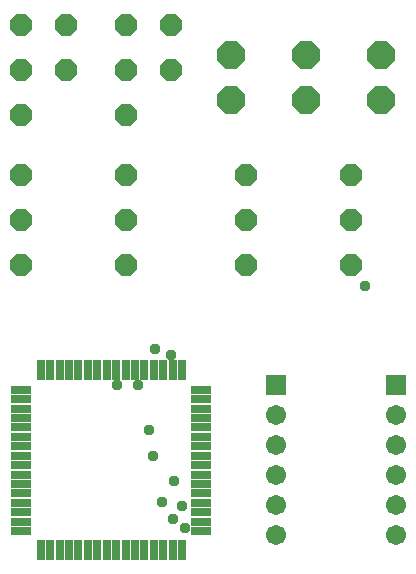
<source format=gbr>
G04 EAGLE Gerber X2 export*
%TF.Part,Single*%
%TF.FileFunction,Soldermask,Top,1*%
%TF.FilePolarity,Negative*%
%TF.GenerationSoftware,Autodesk,EAGLE,8.6.0*%
%TF.CreationDate,2018-03-06T10:54:34Z*%
G75*
%MOMM*%
%FSLAX34Y34*%
%LPD*%
%AMOC8*
5,1,8,0,0,1.08239X$1,22.5*%
G01*
%ADD10P,2.556822X8X22.500000*%
%ADD11P,1.951982X8X22.500000*%
%ADD12R,1.711200X1.711200*%
%ADD13C,1.711200*%
%ADD14R,1.676400X0.711200*%
%ADD15R,0.711200X1.676400*%
%ADD16C,0.959600*%


D10*
X342900Y508000D03*
X215900Y469900D03*
X215900Y508000D03*
X279400Y469900D03*
D11*
X38100Y533400D03*
X38100Y495300D03*
X317500Y368300D03*
X127000Y330200D03*
X228600Y330200D03*
X317500Y330200D03*
X38100Y330200D03*
D10*
X279400Y508000D03*
D11*
X127000Y457200D03*
X127000Y533400D03*
X228600Y406400D03*
D10*
X342900Y469900D03*
D11*
X127000Y495300D03*
X165100Y533400D03*
X317500Y406400D03*
X228600Y368300D03*
D12*
X355600Y228600D03*
D13*
X355600Y203200D03*
X355600Y177800D03*
X355600Y152400D03*
X355600Y127000D03*
X355600Y101600D03*
D12*
X254000Y228600D03*
D13*
X254000Y203200D03*
X254000Y177800D03*
X254000Y152400D03*
X254000Y127000D03*
X254000Y101600D03*
D14*
X38100Y225044D03*
X38100Y217170D03*
X38100Y209042D03*
X38100Y201168D03*
X38100Y193040D03*
X38100Y185166D03*
X38100Y177038D03*
X38100Y169164D03*
X38100Y161036D03*
X38100Y153162D03*
X38100Y145034D03*
X38100Y137160D03*
X38100Y129032D03*
X38100Y121158D03*
X38100Y113030D03*
X38100Y105156D03*
D15*
X54356Y88900D03*
X62230Y88900D03*
X70358Y88900D03*
X78232Y88900D03*
X86360Y88900D03*
X94234Y88900D03*
X102362Y88900D03*
X110236Y88900D03*
X118364Y88900D03*
X126238Y88900D03*
X134366Y88900D03*
X142240Y88900D03*
X150368Y88900D03*
X158242Y88900D03*
X166370Y88900D03*
X174244Y88900D03*
D14*
X190500Y105156D03*
X190500Y113030D03*
X190500Y121158D03*
X190500Y129032D03*
X190500Y137160D03*
X190500Y145034D03*
X190500Y153162D03*
X190500Y161036D03*
X190500Y169164D03*
X190500Y177038D03*
X190500Y185166D03*
X190500Y193040D03*
X190500Y201168D03*
X190500Y209042D03*
X190500Y217170D03*
X190500Y225044D03*
D15*
X174244Y241300D03*
X166370Y241300D03*
X158242Y241300D03*
X150368Y241300D03*
X142240Y241300D03*
X134366Y241300D03*
X126238Y241300D03*
X118364Y241300D03*
X110236Y241300D03*
X102362Y241300D03*
X94234Y241300D03*
X86360Y241300D03*
X78232Y241300D03*
X70358Y241300D03*
X62230Y241300D03*
X54356Y241300D03*
D11*
X38100Y457200D03*
X76200Y533400D03*
X38100Y368300D03*
X127000Y368300D03*
X76200Y495300D03*
X38100Y406400D03*
X127000Y406400D03*
X165100Y495300D03*
D16*
X166116Y115824D03*
X156972Y129540D03*
X118872Y228600D03*
X176784Y108204D03*
X167640Y147828D03*
X173736Y126492D03*
X329184Y312420D03*
X137160Y228600D03*
X149352Y169164D03*
X150876Y259080D03*
X164592Y254508D03*
X146304Y190500D03*
M02*

</source>
